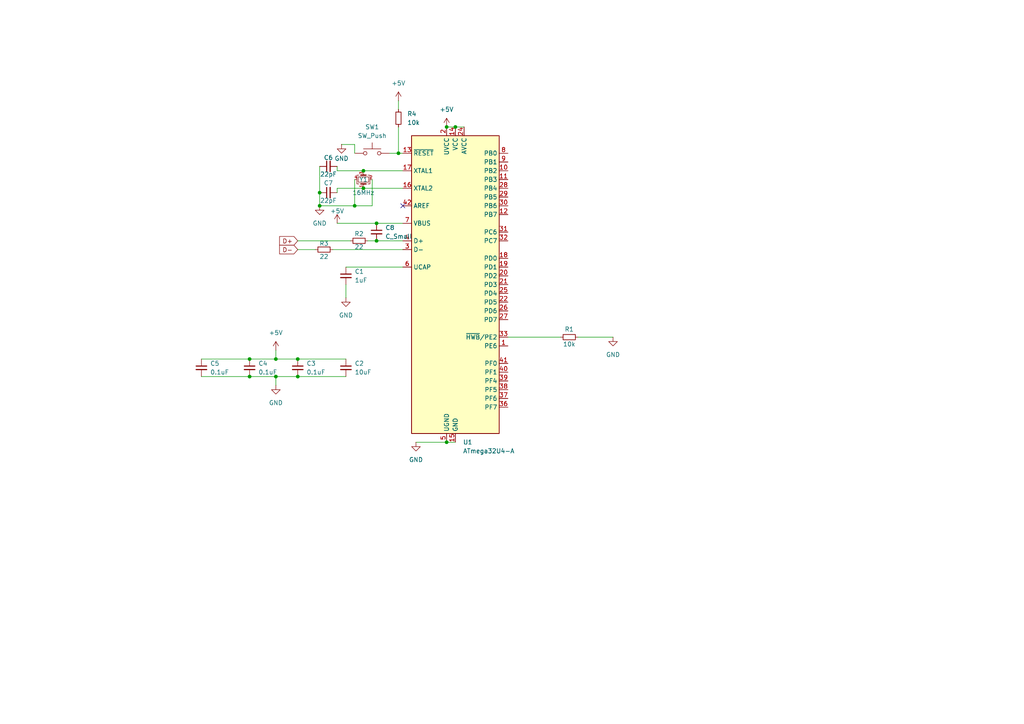
<source format=kicad_sch>
(kicad_sch (version 20231120) (generator "eeschema") (generator_version "8.0")
  (paper "A4")
  (lib_symbols
    (symbol "Device:C_Small" (pin_numbers hide) (pin_names (offset 0.254) hide)
      (property "Reference" "C" (at 0.254 1.778 0))
      (property "Value" "C_Small" (at 0.254 -2.032 0))
      (symbol "C_Small_0_1"
        (polyline (pts (xy -1.524 -0.508) (xy 1.524 -0.508)) (stroke (width 0.3302)))
        (polyline (pts (xy -1.524 0.508) (xy 1.524 0.508)) (stroke (width 0.3048)))
      )
      (symbol "C_Small_1_1"
        (pin passive line (at 0 2.54 270) (length 2.032) (name "~") (number "1"))
        (pin passive line (at 0 -2.54 90) (length 2.032) (name "~") (number "2"))
      )
    )
    (symbol "Device:Crystal_GND24_Small" (pin_names (offset 1.016) hide)
      (property "Reference" "Y" (at 1.27 4.445 0))
      (property "Value" "Crystal_GND24_Small" (at 1.27 2.54 0))
      (symbol "Crystal_GND24_Small_0_1"
        (rectangle (start -0.762 -1.524) (end 0.762 1.524))
        (polyline (pts (xy -1.27 -0.762) (xy -1.27 0.762)) (stroke (width 0.381)))
        (polyline (pts (xy 1.27 -0.762) (xy 1.27 0.762)) (stroke (width 0.381)))
        (polyline (pts (xy -1.27 -1.27) (xy -1.27 -1.905) (xy 1.27 -1.905) (xy 1.27 -1.27)))
        (polyline (pts (xy -1.27 1.27) (xy -1.27 1.905) (xy 1.27 1.905) (xy 1.27 1.27)))
      )
      (symbol "Crystal_GND24_Small_1_1"
        (pin passive line (at -2.54 0 0) (length 1.27) (name "1") (number "1"))
        (pin passive line (at 0 -2.54 90) (length 0.635) (name "2") (number "2"))
        (pin passive line (at 2.54 0 180) (length 1.27) (name "3") (number "3"))
        (pin passive line (at 0 2.54 270) (length 0.635) (name "4") (number "4"))
      )
    )
    (symbol "Device:R_Small" (pin_numbers hide) (pin_names (offset 0.254) hide)
      (property "Reference" "R" (at 0.762 0.508 0))
      (property "Value" "R_Small" (at 0.762 -1.016 0))
      (symbol "R_Small_0_1"
        (rectangle (start -0.762 1.778) (end 0.762 -1.778) (stroke (width 0.2032)))
      )
      (symbol "R_Small_1_1"
        (pin passive line (at 0 2.54 270) (length 0.762) (name "~") (number "1"))
        (pin passive line (at 0 -2.54 90) (length 0.762) (name "~") (number "2"))
      )
    )
    (symbol "MCU_Microchip_ATmega:ATmega32U4-A"
      (property "Reference" "U" (at -12.7 44.45 0))
      (property "Value" "ATmega32U4-A" (at 2.54 -44.45 0))
      (symbol "ATmega32U4-A_0_1"
        (rectangle (start -12.7 -43.18) (end 12.7 43.18) (stroke (width 0.254)) (fill (type background)))
      )
      (symbol "ATmega32U4-A_1_1"
        (pin bidirectional line (at 15.24 -17.78 180) (length 2.54) (name "PE6") (number "1"))
        (pin bidirectional line (at 15.24 33.02 180) (length 2.54) (name "PB2") (number "10"))
        (pin bidirectional line (at 15.24 30.48 180) (length 2.54) (name "PB3") (number "11"))
        (pin bidirectional line (at 15.24 20.32 180) (length 2.54) (name "PB7") (number "12"))
        (pin input line (at -15.24 38.1 0) (length 2.54) (name "~{RESET}") (number "13"))
        (pin power_in line (at 0 45.72 270) (length 2.54) (name "VCC") (number "14"))
        (pin power_in line (at 0 -45.72 90) (length 2.54) (name "GND") (number "15"))
        (pin output line (at -15.24 27.94 0) (length 2.54) (name "XTAL2") (number "16"))
        (pin input line (at -15.24 33.02 0) (length 2.54) (name "XTAL1") (number "17"))
        (pin bidirectional line (at 15.24 7.62 180) (length 2.54) (name "PD0") (number "18"))
        (pin bidirectional line (at 15.24 5.08 180) (length 2.54) (name "PD1") (number "19"))
        (pin power_in line (at -2.54 45.72 270) (length 2.54) (name "UVCC") (number "2"))
        (pin bidirectional line (at 15.24 2.54 180) (length 2.54) (name "PD2") (number "20"))
        (pin bidirectional line (at 15.24 0 180) (length 2.54) (name "PD3") (number "21"))
        (pin bidirectional line (at 15.24 -5.08 180) (length 2.54) (name "PD5") (number "22"))
        (pin passive line (at 0 -45.72 90) (length 2.54) hide (name "GND") (number "23"))
        (pin power_in line (at 2.54 45.72 270) (length 2.54) (name "AVCC") (number "24"))
        (pin bidirectional line (at 15.24 -2.54 180) (length 2.54) (name "PD4") (number "25"))
        (pin bidirectional line (at 15.24 -7.62 180) (length 2.54) (name "PD6") (number "26"))
        (pin bidirectional line (at 15.24 -10.16 180) (length 2.54) (name "PD7") (number "27"))
        (pin bidirectional line (at 15.24 27.94 180) (length 2.54) (name "PB4") (number "28"))
        (pin bidirectional line (at 15.24 25.4 180) (length 2.54) (name "PB5") (number "29"))
        (pin bidirectional line (at -15.24 10.16 0) (length 2.54) (name "D-") (number "3"))
        (pin bidirectional line (at 15.24 22.86 180) (length 2.54) (name "PB6") (number "30"))
        (pin bidirectional line (at 15.24 15.24 180) (length 2.54) (name "PC6") (number "31"))
        (pin bidirectional line (at 15.24 12.7 180) (length 2.54) (name "PC7") (number "32"))
        (pin bidirectional line (at 15.24 -15.24 180) (length 2.54) (name "~{HWB}/PE2") (number "33"))
        (pin passive line (at 0 45.72 270) (length 2.54) hide (name "VCC") (number "34"))
        (pin passive line (at 0 -45.72 90) (length 2.54) hide (name "GND") (number "35"))
        (pin bidirectional line (at 15.24 -35.56 180) (length 2.54) (name "PF7") (number "36"))
        (pin bidirectional line (at 15.24 -33.02 180) (length 2.54) (name "PF6") (number "37"))
        (pin bidirectional line (at 15.24 -30.48 180) (length 2.54) (name "PF5") (number "38"))
        (pin bidirectional line (at 15.24 -27.94 180) (length 2.54) (name "PF4") (number "39"))
        (pin bidirectional line (at -15.24 12.7 0) (length 2.54) (name "D+") (number "4"))
        (pin bidirectional line (at 15.24 -25.4 180) (length 2.54) (name "PF1") (number "40"))
        (pin bidirectional line (at 15.24 -22.86 180) (length 2.54) (name "PF0") (number "41"))
        (pin passive line (at -15.24 22.86 0) (length 2.54) (name "AREF") (number "42"))
        (pin passive line (at 0 -45.72 90) (length 2.54) hide (name "GND") (number "43"))
        (pin passive line (at 2.54 45.72 270) (length 2.54) hide (name "AVCC") (number "44"))
        (pin passive line (at -2.54 -45.72 90) (length 2.54) (name "UGND") (number "5"))
        (pin passive line (at -15.24 5.08 0) (length 2.54) (name "UCAP") (number "6"))
        (pin input line (at -15.24 17.78 0) (length 2.54) (name "VBUS") (number "7"))
        (pin bidirectional line (at 15.24 38.1 180) (length 2.54) (name "PB0") (number "8"))
        (pin bidirectional line (at 15.24 35.56 180) (length 2.54) (name "PB1") (number "9"))
      )
    )
    (symbol "Switch:SW_Push" (pin_numbers hide) (pin_names (offset 1.016) hide)
      (property "Reference" "SW" (at 1.27 2.54 0))
      (property "Value" "SW_Push" (at 0 -1.524 0))
      (symbol "SW_Push_0_1"
        (circle (center -2.032 0) (radius 0.508))
        (polyline (pts (xy 0 1.27) (xy 0 3.048)))
        (polyline (pts (xy 2.54 1.27) (xy -2.54 1.27)))
        (circle (center 2.032 0) (radius 0.508))
        (pin passive line (at -5.08 0 0) (length 2.54) (name "1") (number "1"))
        (pin passive line (at 5.08 0 180) (length 2.54) (name "2") (number "2"))
      )
    )
    (symbol "power:+5V" (power) (pin_numbers hide) (pin_names (offset 0) hide)
      (property "Value" "+5V" (at 0 3.556 0))
      (symbol "+5V_0_1"
        (polyline (pts (xy -0.762 1.27) (xy 0 2.54)))
        (polyline (pts (xy 0 0) (xy 0 2.54)))
        (polyline (pts (xy 0 2.54) (xy 0.762 1.27)))
      )
      (symbol "+5V_1_1"
        (pin power_in line (at 0 0 90) (length 0) (name "~") (number "1"))
      )
    )
    (symbol "power:GND" (power) (pin_numbers hide) (pin_names (offset 0) hide)
      (property "Value" "GND" (at 0 -3.81 0))
      (symbol "GND_0_1"
        (polyline (pts (xy 0 0) (xy 0 -1.27) (xy 1.27 -1.27) (xy 0 -2.54) (xy -1.27 -1.27) (xy 0 -1.27)))
      )
      (symbol "GND_1_1"
        (pin power_in line (at 0 0 270) (length 0) (name "~") (number "1"))
      )
    )
  )
  (junction (at 105.41 49.53))
  (junction (at 80.01 109.22))
  (junction (at 109.22 64.77))
  (junction (at 105.41 54.61))
  (junction (at 129.54 36.83))
  (junction (at 102.87 59.69))
  (junction (at 72.39 104.14))
  (junction (at 92.71 55.88))
  (junction (at 86.36 104.14))
  (junction (at 132.08 36.83))
  (junction (at 115.57 44.45))
  (junction (at 109.22 69.85))
  (junction (at 92.71 59.69))
  (junction (at 72.39 109.22))
  (junction (at 86.36 109.22))
  (junction (at 80.01 104.14))
  (junction (at 129.54 128.27))
  (no_connect (at 116.84 59.69))
  (wire (pts (xy 97.79 54.61) (xy 105.41 54.61)))
  (wire (pts (xy 109.22 69.85) (xy 116.84 69.85)))
  (wire (pts (xy 58.42 109.22) (xy 72.39 109.22)))
  (wire (pts (xy 92.71 55.88) (xy 92.71 59.69)))
  (wire (pts (xy 129.54 36.83) (xy 132.08 36.83)))
  (wire (pts (xy 97.79 64.77) (xy 109.22 64.77)))
  (wire (pts (xy 72.39 104.14) (xy 80.01 104.14)))
  (wire (pts (xy 129.54 128.27) (xy 132.08 128.27)))
  (wire (pts (xy 80.01 104.14) (xy 86.36 104.14)))
  (wire (pts (xy 167.64 97.79) (xy 177.8 97.79)))
  (wire (pts (xy 147.32 97.79) (xy 162.56 97.79)))
  (wire (pts (xy 100.33 77.47) (xy 116.84 77.47)))
  (wire (pts (xy 80.01 101.6) (xy 80.01 104.14)))
  (wire (pts (xy 96.52 72.39) (xy 116.84 72.39)))
  (wire (pts (xy 86.36 72.39) (xy 91.44 72.39)))
  (wire (pts (xy 105.41 49.53) (xy 97.79 49.53)))
  (wire (pts (xy 102.87 59.69) (xy 102.87 52.07)))
  (wire (pts (xy 86.36 109.22) (xy 100.33 109.22)))
  (wire (pts (xy 92.71 59.69) (xy 102.87 59.69)))
  (wire (pts (xy 115.57 36.83) (xy 115.57 44.45)))
  (wire (pts (xy 86.36 104.14) (xy 100.33 104.14)))
  (wire (pts (xy 80.01 109.22) (xy 80.01 111.76)))
  (wire (pts (xy 102.87 44.45) (xy 102.87 41.91)))
  (wire (pts (xy 106.68 69.85) (xy 109.22 69.85)))
  (wire (pts (xy 58.42 104.14) (xy 72.39 104.14)))
  (wire (pts (xy 86.36 69.85) (xy 101.6 69.85)))
  (wire (pts (xy 105.41 49.53) (xy 116.84 49.53)))
  (wire (pts (xy 99.06 41.91) (xy 102.87 41.91)))
  (wire (pts (xy 100.33 82.55) (xy 100.33 86.36)))
  (wire (pts (xy 102.87 59.69) (xy 107.95 59.69)))
  (wire (pts (xy 80.01 109.22) (xy 86.36 109.22)))
  (wire (pts (xy 115.57 29.21) (xy 115.57 31.75)))
  (wire (pts (xy 109.22 64.77) (xy 116.84 64.77)))
  (wire (pts (xy 115.57 44.45) (xy 116.84 44.45)))
  (wire (pts (xy 97.79 49.53) (xy 97.79 48.26)))
  (wire (pts (xy 113.03 44.45) (xy 115.57 44.45)))
  (wire (pts (xy 72.39 109.22) (xy 80.01 109.22)))
  (wire (pts (xy 97.79 54.61) (xy 97.79 55.88)))
  (wire (pts (xy 132.08 36.83) (xy 134.62 36.83)))
  (wire (pts (xy 92.71 48.26) (xy 92.71 55.88)))
  (wire (pts (xy 105.41 54.61) (xy 116.84 54.61)))
  (wire (pts (xy 107.95 59.69) (xy 107.95 52.07)))
  (wire (pts (xy 120.65 128.27) (xy 129.54 128.27)))
  (global_label "D+" (shape input) (at 86.36 69.85 180) (property "Intersheetrefs" "${INTERSHEET_REFS}" (effects (hide yes))))
  (global_label "D-" (shape input) (at 86.36 72.39 180) (property "Intersheetrefs" "${INTERSHEET_REFS}" (effects (hide yes))))
  (symbol (lib_id "power:+5V") (at 97.79 64.77 0) (unit 1)
    (property "Reference" "#PWR07" (effects (hide yes)))
    (property "Value" "+5V" (at 97.79 61.214 0))
    (property "Description" "Power symbol creates a global label with name \"+5V\"" (effects (hide yes)))
  )
  (symbol (lib_id "power:GND") (at 92.71 59.69 0) (unit 1)
    (property "Reference" "#PWR08" (effects (hide yes)))
    (property "Value" "GND" (at 92.71 64.77 0))
    (property "Description" "Power symbol creates a global label with name \"GND\" , ground" (effects (hide yes)))
  )
  (symbol (lib_id "Device:C_Small") (at 86.36 106.68 0) (unit 1)
    (property "Reference" "C3" (at 88.9 105.4162 0) (effects (justify left)))
    (property "Value" "0.1uF" (at 88.9 107.9562 0) (effects (justify left)))
    (property "Description" "Unpolarized capacitor, small symbol" (effects (hide yes)))
  )
  (symbol (lib_id "Device:C_Small") (at 58.42 106.68 0) (unit 1)
    (property "Reference" "C5" (at 60.96 105.4162 0) (effects (justify left)))
    (property "Value" "0.1uF" (at 60.96 107.9562 0) (effects (justify left)))
    (property "Description" "Unpolarized capacitor, small symbol" (effects (hide yes)))
  )
  (symbol (lib_id "Device:Crystal_GND24_Small") (at 105.41 52.07 90) (unit 1)
    (property "Reference" "Y1" (at 105.41 52.07 90))
    (property "Value" "16MHz" (at 105.41 55.88 90))
    (property "Description" "Four pin crystal, GND on pins 2 and 4, small symbol" (effects (hide yes)))
  )
  (symbol (lib_id "Device:C_Small") (at 109.22 67.31 0) (unit 1)
    (property "Reference" "C8" (at 111.76 66.0462 0) (effects (justify left)))
    (property "Value" "C_Small" (at 111.76 68.5862 0) (effects (justify left)))
    (property "Description" "Unpolarized capacitor, small symbol" (effects (hide yes)))
  )
  (symbol (lib_id "power:+5V") (at 129.54 36.83 0) (unit 1)
    (property "Reference" "#PWR01" (effects (hide yes)))
    (property "Value" "+5V" (at 129.54 31.75 0))
    (property "Description" "Power symbol creates a global label with name \"+5V\"" (effects (hide yes)))
  )
  (symbol (lib_id "Device:C_Small") (at 95.25 48.26 90) (unit 1)
    (property "Reference" "C6" (at 95.25 45.72 90))
    (property "Value" "22pF" (at 95.25 50.546 90))
    (property "Description" "Unpolarized capacitor, small symbol" (effects (hide yes)))
  )
  (symbol (lib_id "Device:C_Small") (at 72.39 106.68 0) (unit 1)
    (property "Reference" "C4" (at 74.93 105.4162 0) (effects (justify left)))
    (property "Value" "0.1uF" (at 74.93 107.9562 0) (effects (justify left)))
    (property "Description" "Unpolarized capacitor, small symbol" (effects (hide yes)))
  )
  (symbol (lib_id "Device:R_Small") (at 165.1 97.79 90) (unit 1)
    (property "Reference" "R1" (at 165.1 95.504 90))
    (property "Value" "10k" (at 165.1 99.822 90))
    (property "Description" "Resistor, small symbol" (effects (hide yes)))
  )
  (symbol (lib_id "MCU_Microchip_ATmega:ATmega32U4-A") (at 132.08 82.55 0) (unit 1)
    (property "Reference" "U1" (at 134.2741 128.27 0) (effects (justify left)))
    (property "Value" "ATmega32U4-A" (at 134.2741 130.81 0) (effects (justify left)))
    (property "Footprint" "Package_QFP:TQFP-44_10x10mm_P0.8mm" (effects (hide yes)))
    (property "Datasheet" "http://ww1.microchip.com/downloads/en/DeviceDoc/Atmel-7766-8-bit-AVR-ATmega16U4-32U4_Datasheet.pdf" (effects (hide yes)))
    (property "Description" "16MHz, 32kB Flash, 2.5kB SRAM, 1kB EEPROM, USB 2.0, TQFP-44" (effects (hide yes)))
  )
  (symbol (lib_id "power:GND") (at 80.01 111.76 0) (unit 1)
    (property "Reference" "#PWR06" (effects (hide yes)))
    (property "Value" "GND" (at 80.01 116.84 0))
    (property "Description" "Power symbol creates a global label with name \"GND\" , ground" (effects (hide yes)))
  )
  (symbol (lib_id "power:GND") (at 177.8 97.79 0) (unit 1)
    (property "Reference" "#PWR03" (effects (hide yes)))
    (property "Value" "GND" (at 177.8 102.87 0))
    (property "Description" "Power symbol creates a global label with name \"GND\" , ground" (effects (hide yes)))
  )
  (symbol (lib_id "power:GND") (at 100.33 86.36 0) (unit 1)
    (property "Reference" "#PWR04" (effects (hide yes)))
    (property "Value" "GND" (at 100.33 91.44 0))
    (property "Description" "Power symbol creates a global label with name \"GND\" , ground" (effects (hide yes)))
  )
  (symbol (lib_id "power:GND") (at 120.65 128.27 0) (unit 1)
    (property "Reference" "#PWR02" (effects (hide yes)))
    (property "Value" "GND" (at 120.65 133.35 0))
    (property "Description" "Power symbol creates a global label with name \"GND\" , ground" (effects (hide yes)))
  )
  (symbol (lib_id "Device:C_Small") (at 100.33 80.01 0) (unit 1)
    (property "Reference" "C1" (at 102.87 78.7462 0) (effects (justify left)))
    (property "Value" "1uF" (at 102.87 81.2862 0) (effects (justify left)))
    (property "Description" "Unpolarized capacitor, small symbol" (effects (hide yes)))
  )
  (symbol (lib_id "power:+5V") (at 80.01 101.6 0) (unit 1)
    (property "Reference" "#PWR05" (effects (hide yes)))
    (property "Value" "+5V" (at 80.01 96.52 0))
    (property "Description" "Power symbol creates a global label with name \"+5V\"" (effects (hide yes)))
  )
  (symbol (lib_id "Device:R_Small") (at 93.98 72.39 90) (unit 1)
    (property "Reference" "R3" (at 93.98 70.612 90))
    (property "Value" "22" (at 93.98 74.422 90))
    (property "Description" "Resistor, small symbol" (effects (hide yes)))
  )
  (symbol (lib_id "Device:C_Small") (at 95.25 55.88 90) (unit 1)
    (property "Reference" "C7" (at 95.25 53.086 90))
    (property "Value" "22pF" (at 95.25 58.166 90))
    (property "Description" "Unpolarized capacitor, small symbol" (effects (hide yes)))
  )
  (symbol (lib_id "Switch:SW_Push") (at 107.95 44.45 0) (unit 1)
    (property "Reference" "SW1" (at 107.95 36.83 0))
    (property "Value" "SW_Push" (at 107.95 39.37 0))
    (property "Description" "Push button switch, generic, two pins" (effects (hide yes)))
  )
  (symbol (lib_id "power:GND") (at 99.06 41.91 0) (unit 1)
    (property "Reference" "#PWR09" (effects (hide yes)))
    (property "Value" "GND" (at 99.06 45.974 0))
    (property "Description" "Power symbol creates a global label with name \"GND\" , ground" (effects (hide yes)))
  )
  (symbol (lib_id "Device:R_Small") (at 104.14 69.85 90) (unit 1)
    (property "Reference" "R2" (at 104.14 67.818 90))
    (property "Value" "22" (at 104.14 71.628 90))
    (property "Description" "Resistor, small symbol" (effects (hide yes)))
  )
  (symbol (lib_id "Device:C_Small") (at 100.33 106.68 0) (unit 1)
    (property "Reference" "C2" (at 102.87 105.4162 0) (effects (justify left)))
    (property "Value" "10uF" (at 102.87 107.9562 0) (effects (justify left)))
    (property "Description" "Unpolarized capacitor, small symbol" (effects (hide yes)))
  )
  (symbol (lib_id "Device:R_Small") (at 115.57 34.29 0) (unit 1)
    (property "Reference" "R4" (at 118.11 33.0199 0) (effects (justify left)))
    (property "Value" "10k" (at 118.11 35.5599 0) (effects (justify left)))
    (property "Description" "Resistor, small symbol" (effects (hide yes)))
  )
  (symbol (lib_id "power:+5V") (at 115.57 29.21 0) (unit 1)
    (property "Reference" "#PWR010" (effects (hide yes)))
    (property "Value" "+5V" (at 115.57 24.13 0))
    (property "Description" "Power symbol creates a global label with name \"+5V\"" (effects (hide yes)))
  )
)
</source>
